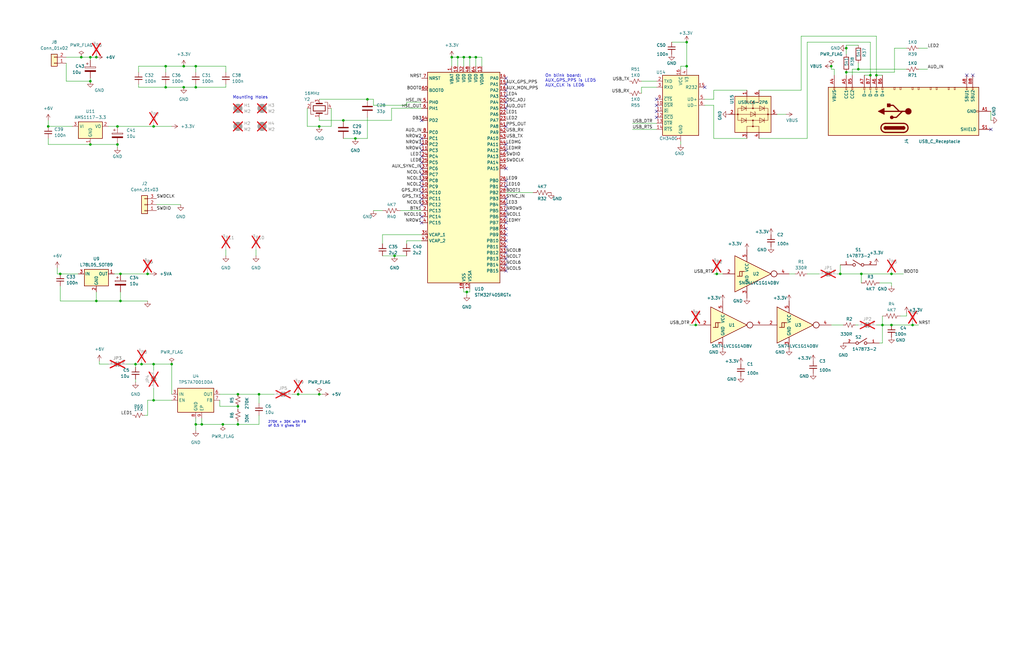
<source format=kicad_sch>
(kicad_sch (version 20230121) (generator eeschema)
  (paper "B")
  (title_block (title "Clock") (date "2024-01-06") (rev "V9.4") (company "Cullen Jennings"))
  (junction (at 77.47 27.94))
  (junction (at 59.69 153.67))
  (junction (at 49.53 60.96))
  (junction (at 38.1 34.29))
  (junction (at 62.23 115.57))
  (junction (at 193.04 24.13))
  (junction (at 154.94 41.91))
  (junction (at 100.33 179.07))
  (junction (at 361.95 29.21))
  (junction (at 85.09 179.07))
  (junction (at 125.73 166.37))
  (junction (at 363.22 115.57))
  (junction (at 144.78 50.8))
  (junction (at 375.92 137.16))
  (junction (at 149.86 58.42))
  (junction (at 356.87 30.48))
  (junction (at 64.77 153.67))
  (junction (at 109.22 166.37))
  (junction (at 69.85 36.83))
  (junction (at 354.33 115.57))
  (junction (at 100.33 166.37))
  (junction (at 134.62 53.34))
  (junction (at 77.47 36.83))
  (junction (at 40.64 24.13))
  (junction (at 69.85 27.94))
  (junction (at 367.03 31.75))
  (junction (at 64.77 53.34))
  (junction (at 50.8 127))
  (junction (at 100.33 171.45))
  (junction (at 369.57 31.75))
  (junction (at 82.55 179.07))
  (junction (at 200.66 24.13))
  (junction (at 40.64 127))
  (junction (at 82.55 27.94))
  (junction (at 350.52 27.94))
  (junction (at 375.92 115.57))
  (junction (at 82.55 36.83))
  (junction (at 57.15 153.67))
  (junction (at 20.32 53.34))
  (junction (at 25.4 115.57))
  (junction (at 302.26 115.57))
  (junction (at 49.53 53.34))
  (junction (at 289.56 17.78))
  (junction (at 289.56 27.94))
  (junction (at 195.58 24.13))
  (junction (at 372.11 137.16))
  (junction (at 384.81 137.16))
  (junction (at 38.1 24.13))
  (junction (at 34.29 24.13))
  (junction (at 50.8 115.57))
  (junction (at 198.12 24.13))
  (junction (at 93.98 179.07))
  (junction (at 190.5 24.13))
  (junction (at 64.77 168.91))
  (junction (at 356.87 20.32))
  (junction (at 134.62 166.37))
  (junction (at 166.37 107.95))
  (junction (at 196.85 123.19))
  (junction (at 293.37 137.16))
  (junction (at 38.1 60.96))
  (junction (at 72.39 153.67))
  (no_connect (at 213.36 38.1))
  (no_connect (at 417.83 54.61))
  (no_connect (at 213.36 114.3))
  (no_connect (at 213.36 76.2))
  (no_connect (at 213.36 45.72))
  (no_connect (at 213.36 109.22))
  (no_connect (at 213.36 86.36))
  (no_connect (at 177.8 71.12))
  (no_connect (at 213.36 78.74))
  (no_connect (at 177.8 50.8))
  (no_connect (at 213.36 91.44))
  (no_connect (at 410.21 31.75))
  (no_connect (at 276.86 44.45))
  (no_connect (at 213.36 63.5))
  (no_connect (at 177.8 66.04))
  (no_connect (at 213.36 104.14))
  (no_connect (at 213.36 88.9))
  (no_connect (at 213.36 106.68))
  (no_connect (at 213.36 83.82))
  (no_connect (at 177.8 76.2))
  (no_connect (at 213.36 96.52))
  (no_connect (at 177.8 58.42))
  (no_connect (at 177.8 68.58))
  (no_connect (at 213.36 111.76))
  (no_connect (at 297.18 36.83))
  (no_connect (at 177.8 93.98))
  (no_connect (at 213.36 33.02))
  (no_connect (at 177.8 86.36))
  (no_connect (at 177.8 83.82))
  (no_connect (at 213.36 101.6))
  (no_connect (at 276.86 41.91))
  (no_connect (at 177.8 63.5))
  (no_connect (at 407.67 31.75))
  (no_connect (at 213.36 93.98))
  (no_connect (at 177.8 81.28))
  (no_connect (at 213.36 40.64))
  (no_connect (at 213.36 99.06))
  (no_connect (at 276.86 46.99))
  (no_connect (at 213.36 43.18))
  (no_connect (at 276.86 49.53))
  (no_connect (at 213.36 60.96))
  (no_connect (at 213.36 71.12))
  (no_connect (at 177.8 78.74))
  (no_connect (at 213.36 53.34))
  (no_connect (at 177.8 73.66))
  (no_connect (at 177.8 60.96))
  (no_connect (at 213.36 35.56))
  (no_connect (at 177.8 91.44))
  (wire (pts (xy 92.71 171.45) (xy 100.33 171.45)))
  (wire (pts (xy 38.1 33.02) (xy 38.1 34.29)))
  (wire (pts (xy 58.42 27.94) (xy 69.85 27.94)))
  (wire (pts (xy 203.2 24.13) (xy 203.2 27.94)))
  (wire (pts (xy 95.25 27.94) (xy 82.55 27.94)))
  (wire (pts (xy 62.23 175.26) (xy 62.23 168.91)))
  (wire (pts (xy 165.1 45.72) (xy 177.8 45.72)))
  (wire (pts (xy 45.72 53.34) (xy 49.53 53.34)))
  (wire (pts (xy 49.53 60.96) (xy 49.53 62.23)))
  (wire (pts (xy 129.54 53.34) (xy 134.62 53.34)))
  (wire (pts (xy 372.11 137.16) (xy 375.92 137.16)))
  (wire (pts (xy 69.85 27.94) (xy 77.47 27.94)))
  (wire (pts (xy 27.94 34.29) (xy 38.1 34.29)))
  (wire (pts (xy 382.27 133.35) (xy 382.27 132.08)))
  (wire (pts (xy 135.89 166.37) (xy 134.62 166.37)))
  (wire (pts (xy 49.53 53.34) (xy 64.77 53.34)))
  (wire (pts (xy 95.25 30.48) (xy 95.25 27.94)))
  (wire (pts (xy 64.77 53.34) (xy 72.39 53.34)))
  (wire (pts (xy 276.86 54.61) (xy 266.7 54.61)))
  (wire (pts (xy 417.83 50.8) (xy 417.83 46.99)))
  (wire (pts (xy 300.99 41.91) (xy 297.18 41.91)))
  (wire (pts (xy 369.57 137.16) (xy 372.11 137.16)))
  (wire (pts (xy 387.35 29.21) (xy 391.16 29.21)))
  (wire (pts (xy 53.34 153.67) (xy 57.15 153.67)))
  (wire (pts (xy 62.23 115.57) (xy 63.5 115.57)))
  (wire (pts (xy 134.62 41.91) (xy 154.94 41.91)))
  (wire (pts (xy 360.68 137.16) (xy 361.95 137.16)))
  (wire (pts (xy 171.45 44.45) (xy 171.45 43.18)))
  (wire (pts (xy 165.1 45.72) (xy 165.1 50.8)))
  (wire (pts (xy 62.23 175.26) (xy 60.96 175.26)))
  (wire (pts (xy 370.84 119.38) (xy 375.92 119.38)))
  (wire (pts (xy 27.94 26.67) (xy 27.94 34.29)))
  (wire (pts (xy 58.42 36.83) (xy 69.85 36.83)))
  (wire (pts (xy 177.8 101.6) (xy 171.45 101.6)))
  (wire (pts (xy 165.1 50.8) (xy 144.78 50.8)))
  (wire (pts (xy 289.56 27.94) (xy 287.02 27.94)))
  (wire (pts (xy 25.4 115.57) (xy 24.13 115.57)))
  (wire (pts (xy 161.29 99.06) (xy 177.8 99.06)))
  (wire (pts (xy 109.22 166.37) (xy 115.57 166.37)))
  (wire (pts (xy 354.33 115.57) (xy 363.22 115.57)))
  (wire (pts (xy 196.85 124.46) (xy 196.85 123.19)))
  (wire (pts (xy 154.94 49.53) (xy 154.94 58.42)))
  (wire (pts (xy 198.12 24.13) (xy 200.66 24.13)))
  (wire (pts (xy 372.11 133.35) (xy 372.11 137.16)))
  (wire (pts (xy 129.54 45.72) (xy 129.54 53.34)))
  (wire (pts (xy 270.51 34.29) (xy 276.86 34.29)))
  (wire (pts (xy 270.51 36.83) (xy 270.51 39.37)))
  (wire (pts (xy 198.12 121.92) (xy 198.12 123.19)))
  (wire (pts (xy 350.52 27.94) (xy 350.52 29.21)))
  (wire (pts (xy 356.87 22.86) (xy 356.87 20.32)))
  (wire (pts (xy 300.99 38.1) (xy 300.99 41.91)))
  (wire (pts (xy 276.86 52.07) (xy 266.7 52.07)))
  (wire (pts (xy 302.26 115.57) (xy 304.8 115.57)))
  (wire (pts (xy 372.11 144.78) (xy 372.11 137.16)))
  (wire (pts (xy 375.92 119.38) (xy 375.92 120.65)))
  (wire (pts (xy 72.39 153.67) (xy 72.39 166.37)))
  (wire (pts (xy 353.06 115.57) (xy 354.33 115.57)))
  (wire (pts (xy 356.87 19.05) (xy 356.87 20.32)))
  (wire (pts (xy 290.83 137.16) (xy 293.37 137.16)))
  (wire (pts (xy 41.91 153.67) (xy 45.72 153.67)))
  (wire (pts (xy 340.36 58.42) (xy 340.36 17.78)))
  (wire (pts (xy 171.45 101.6) (xy 171.45 102.87)))
  (wire (pts (xy 337.82 38.1) (xy 337.82 15.24)))
  (wire (pts (xy 154.94 41.91) (xy 157.48 41.91)))
  (wire (pts (xy 168.91 88.9) (xy 177.8 88.9)))
  (wire (pts (xy 134.62 50.8) (xy 144.78 50.8)))
  (wire (pts (xy 300.99 115.57) (xy 302.26 115.57)))
  (wire (pts (xy 64.77 153.67) (xy 72.39 153.67)))
  (wire (pts (xy 64.77 153.67) (xy 64.77 156.21)))
  (wire (pts (xy 48.26 115.57) (xy 50.8 115.57)))
  (wire (pts (xy 377.19 30.48) (xy 356.87 30.48)))
  (wire (pts (xy 59.69 153.67) (xy 64.77 153.67)))
  (wire (pts (xy 20.32 53.34) (xy 30.48 53.34)))
  (wire (pts (xy 82.55 176.53) (xy 82.55 179.07)))
  (wire (pts (xy 213.36 81.28) (xy 224.79 81.28)))
  (wire (pts (xy 190.5 24.13) (xy 193.04 24.13)))
  (wire (pts (xy 337.82 15.24) (xy 369.57 15.24)))
  (wire (pts (xy 340.36 115.57) (xy 345.44 115.57)))
  (wire (pts (xy 69.85 35.56) (xy 69.85 36.83)))
  (wire (pts (xy 354.33 111.76) (xy 354.33 115.57)))
  (wire (pts (xy 198.12 123.19) (xy 196.85 123.19)))
  (wire (pts (xy 351.79 29.21) (xy 351.79 31.75)))
  (wire (pts (xy 196.85 123.19) (xy 195.58 123.19)))
  (wire (pts (xy 25.4 127) (xy 40.64 127)))
  (wire (pts (xy 34.29 24.13) (xy 38.1 24.13)))
  (wire (pts (xy 69.85 36.83) (xy 77.47 36.83)))
  (wire (pts (xy 134.62 53.34) (xy 139.7 53.34)))
  (wire (pts (xy 289.56 17.78) (xy 289.56 27.94)))
  (wire (pts (xy 38.1 24.13) (xy 38.1 25.4)))
  (wire (pts (xy 359.41 29.21) (xy 359.41 31.75)))
  (wire (pts (xy 320.04 38.1) (xy 337.82 38.1)))
  (wire (pts (xy 85.09 179.07) (xy 82.55 179.07)))
  (wire (pts (xy 369.57 15.24) (xy 369.57 31.75)))
  (wire (pts (xy 327.66 48.26) (xy 331.47 48.26)))
  (wire (pts (xy 100.33 172.72) (xy 100.33 171.45)))
  (wire (pts (xy 82.55 27.94) (xy 82.55 30.48)))
  (wire (pts (xy 95.25 35.56) (xy 95.25 36.83)))
  (wire (pts (xy 62.23 168.91) (xy 64.77 168.91)))
  (wire (pts (xy 100.33 166.37) (xy 109.22 166.37)))
  (wire (pts (xy 40.64 123.19) (xy 40.64 127)))
  (wire (pts (xy 25.4 115.57) (xy 33.02 115.57)))
  (wire (pts (xy 320.04 58.42) (xy 340.36 58.42)))
  (wire (pts (xy 356.87 30.48) (xy 356.87 31.75)))
  (wire (pts (xy 340.36 17.78) (xy 367.03 17.78)))
  (wire (pts (xy 367.03 17.78) (xy 367.03 31.75)))
  (wire (pts (xy 100.33 179.07) (xy 93.98 179.07)))
  (wire (pts (xy 57.15 160.02) (xy 57.15 161.29)))
  (wire (pts (xy 20.32 50.8) (xy 20.32 53.34)))
  (wire (pts (xy 64.77 163.83) (xy 64.77 168.91)))
  (wire (pts (xy 195.58 123.19) (xy 195.58 121.92)))
  (wire (pts (xy 200.66 24.13) (xy 203.2 24.13)))
  (wire (pts (xy 69.85 27.94) (xy 69.85 30.48)))
  (wire (pts (xy 361.95 19.05) (xy 356.87 19.05)))
  (wire (pts (xy 109.22 179.07) (xy 100.33 179.07)))
  (wire (pts (xy 25.4 120.65) (xy 25.4 127)))
  (wire (pts (xy 50.8 123.19) (xy 50.8 127)))
  (wire (pts (xy 50.8 127) (xy 40.64 127)))
  (wire (pts (xy 297.18 44.45) (xy 300.99 44.45)))
  (wire (pts (xy 350.52 29.21) (xy 351.79 29.21)))
  (wire (pts (xy 20.32 58.42) (xy 20.32 60.96)))
  (wire (pts (xy 387.35 20.32) (xy 391.16 20.32)))
  (wire (pts (xy 193.04 24.13) (xy 193.04 27.94)))
  (wire (pts (xy 171.45 43.18) (xy 177.8 43.18)))
  (wire (pts (xy 370.84 144.78) (xy 372.11 144.78)))
  (wire (pts (xy 289.56 17.78) (xy 283.21 17.78)))
  (wire (pts (xy 82.55 179.07) (xy 82.55 181.61)))
  (wire (pts (xy 377.19 20.32) (xy 377.19 30.48)))
  (wire (pts (xy 361.95 29.21) (xy 359.41 29.21)))
  (wire (pts (xy 107.95 105.41) (xy 107.95 107.95)))
  (wire (pts (xy 100.33 177.8) (xy 100.33 179.07)))
  (wire (pts (xy 314.96 38.1) (xy 300.99 38.1)))
  (wire (pts (xy 38.1 60.96) (xy 49.53 60.96)))
  (wire (pts (xy 287.02 27.94) (xy 287.02 29.21)))
  (wire (pts (xy 161.29 107.95) (xy 166.37 107.95)))
  (wire (pts (xy 161.29 88.9) (xy 157.48 88.9)))
  (wire (pts (xy 367.03 31.75) (xy 364.49 31.75)))
  (wire (pts (xy 144.78 58.42) (xy 149.86 58.42)))
  (wire (pts (xy 66.04 86.36) (xy 76.2 86.36)))
  (wire (pts (xy 134.62 49.53) (xy 134.62 50.8)))
  (wire (pts (xy 276.86 36.83) (xy 270.51 36.83)))
  (wire (pts (xy 300.99 44.45) (xy 300.99 58.42)))
  (wire (pts (xy 109.22 175.26) (xy 109.22 179.07)))
  (wire (pts (xy 332.74 115.57) (xy 335.28 115.57)))
  (wire (pts (xy 198.12 24.13) (xy 198.12 27.94)))
  (wire (pts (xy 92.71 168.91) (xy 92.71 171.45)))
  (wire (pts (xy 157.48 41.91) (xy 157.48 44.45)))
  (wire (pts (xy 24.13 113.03) (xy 24.13 115.57)))
  (wire (pts (xy 287.02 59.69) (xy 287.02 60.96)))
  (wire (pts (xy 166.37 107.95) (xy 171.45 107.95)))
  (wire (pts (xy 77.47 36.83) (xy 82.55 36.83)))
  (wire (pts (xy 375.92 137.16) (xy 384.81 137.16)))
  (wire (pts (xy 27.94 24.13) (xy 34.29 24.13)))
  (wire (pts (xy 85.09 176.53) (xy 85.09 179.07)))
  (wire (pts (xy 375.92 115.57) (xy 381 115.57)))
  (wire (pts (xy 109.22 166.37) (xy 109.22 170.18)))
  (wire (pts (xy 363.22 115.57) (xy 375.92 115.57)))
  (wire (pts (xy 125.73 166.37) (xy 134.62 166.37)))
  (wire (pts (xy 361.95 26.67) (xy 361.95 29.21)))
  (wire (pts (xy 82.55 27.94) (xy 77.47 27.94)))
  (wire (pts (xy 382.27 20.32) (xy 377.19 20.32)))
  (wire (pts (xy 372.11 31.75) (xy 369.57 31.75)))
  (wire (pts (xy 40.64 24.13) (xy 38.1 24.13)))
  (wire (pts (xy 57.15 153.67) (xy 59.69 153.67)))
  (wire (pts (xy 190.5 24.13) (xy 190.5 27.94)))
  (wire (pts (xy 193.04 24.13) (xy 195.58 24.13)))
  (wire (pts (xy 363.22 115.57) (xy 363.22 119.38)))
  (wire (pts (xy 350.52 137.16) (xy 355.6 137.16)))
  (wire (pts (xy 50.8 115.57) (xy 62.23 115.57)))
  (wire (pts (xy 123.19 166.37) (xy 125.73 166.37)))
  (wire (pts (xy 293.37 137.16) (xy 294.64 137.16)))
  (wire (pts (xy 57.15 153.67) (xy 57.15 154.94)))
  (wire (pts (xy 139.7 45.72) (xy 139.7 53.34)))
  (wire (pts (xy 361.95 29.21) (xy 382.27 29.21)))
  (wire (pts (xy 58.42 30.48) (xy 58.42 27.94)))
  (wire (pts (xy 289.56 27.94) (xy 289.56 29.21)))
  (wire (pts (xy 41.91 152.4) (xy 41.91 153.67)))
  (wire (pts (xy 64.77 168.91) (xy 72.39 168.91)))
  (wire (pts (xy 300.99 58.42) (xy 314.96 58.42)))
  (wire (pts (xy 157.48 44.45) (xy 171.45 44.45)))
  (wire (pts (xy 58.42 35.56) (xy 58.42 36.83)))
  (wire (pts (xy 95.25 105.41) (xy 95.25 107.95)))
  (wire (pts (xy 195.58 24.13) (xy 195.58 27.94)))
  (wire (pts (xy 379.73 133.35) (xy 382.27 133.35)))
  (wire (pts (xy 161.29 102.87) (xy 161.29 99.06)))
  (wire (pts (xy 93.98 179.07) (xy 85.09 179.07)))
  (wire (pts (xy 62.23 127) (xy 50.8 127)))
  (wire (pts (xy 20.32 60.96) (xy 38.1 60.96)))
  (wire (pts (xy 195.58 24.13) (xy 198.12 24.13)))
  (wire (pts (xy 92.71 166.37) (xy 100.33 166.37)))
  (wire (pts (xy 82.55 35.56) (xy 82.55 36.83)))
  (wire (pts (xy 200.66 27.94) (xy 200.66 24.13)))
  (wire (pts (xy 82.55 36.83) (xy 95.25 36.83)))
  (wire (pts (xy 154.94 58.42) (xy 149.86 58.42)))
  (wire (pts (xy 384.81 137.16) (xy 387.35 137.16)))
  (text "On blink board:\nAUX_GPS_PPS is LED5 \nAUX_CLK is LED6 \n" (at 229.87 36.83 0) (effects (font (size 1.27 1.27)) (justify left bottom)))
  (text "Mounting Holes" (at 113.03 41.91 0) (effects (font (size 1.27 1.27)) (justify right bottom)))
  (text "270K + 30K with FB \nof 0.5 V gives 5V" (at 113.03 180.34 0) (effects (font (size 1 1)) (justify left bottom)))
  (label "SYNC_IN" (at 213.36 83.82 0))
  (label "NCOL7" (at 213.36 109.22 0))
  (label "LED9" (at 213.36 76.2 0))
  (label "DB3" (at 177.8 50.8 180))
  (label "SWDIO" (at 66.04 88.9 0))
  (label "BOOT1" (at 213.36 81.28 0))
  (label "AUX_SYNC_IN" (at 177.8 71.12 180))
  (label "LED1" (at 55.88 175.26 180))
  (label "NROW1" (at 177.8 93.98 180))
  (label "USB_RTS" (at 300.99 115.57 180))
  (label "LEDMY" (at 213.36 93.98 0))
  (label "GPS_RX1" (at 177.8 81.28 180))
  (label "NCOL10" (at 177.8 91.44 180))
  (label "USB_TX" (at 265.43 34.29 180))
  (label "BOOT0" (at 381 115.57 0))
  (label "AUD_IN" (at 391.16 29.21 0))
  (label "NROW2" (at 177.8 58.42 180))
  (label "HSE_IN" (at 177.8 43.18 180))
  (label "BOOT0" (at 177.8 38.1 180))
  (label "LEDMR" (at 213.36 63.5 0))
  (label "AUX_GPS_PPS" (at 213.36 35.56 0))
  (label "USB_TX" (at 213.36 58.42 0))
  (label "NCOL6" (at 213.36 111.76 0))
  (label "LED2" (at 391.16 20.32 0))
  (label "NCOL1" (at 213.36 91.44 0))
  (label "NCOL5" (at 213.36 114.3 0))
  (label "USB_DTR" (at 266.7 52.07 0))
  (label "NRST" (at 177.8 33.02 180))
  (label "AUX_MON_PPS" (at 213.36 38.1 0))
  (label "USB_RTS" (at 266.7 54.61 0))
  (label "LEDMG" (at 213.36 60.96 0))
  (label "NCOL9" (at 177.8 86.36 180))
  (label "SWDCLK" (at 213.36 68.58 0))
  (label "NCOL4" (at 177.8 73.66 180))
  (label "NROW4" (at 177.8 63.5 180))
  (label "SWDCLK" (at 66.04 83.82 0))
  (label "SWDIO" (at 213.36 66.04 0))
  (label "NCOL2" (at 177.8 78.74 180))
  (label "USB_DTR" (at 290.83 137.16 180))
  (label "GPS_TX1" (at 177.8 83.82 180))
  (label "PPS_OUT" (at 213.36 53.34 0))
  (label "LED1" (at 213.36 48.26 0))
  (label "LED4" (at 213.36 40.64 0))
  (label "LED8" (at 177.8 68.58 180))
  (label "BTN1" (at 177.8 88.9 180))
  (label "NCOL8" (at 213.36 106.68 0))
  (label "LED3" (at 213.36 86.36 0))
  (label "AUD_IN" (at 177.8 55.88 180))
  (label "USB_RX" (at 213.36 55.88 0))
  (label "HSE_OUT" (at 177.8 45.72 180))
  (label "LED10" (at 213.36 78.74 0))
  (label "NCOL3" (at 177.8 76.2 180))
  (label "NROW3" (at 177.8 60.96 180))
  (label "OSC_ADJ" (at 213.36 43.18 0))
  (label "LED2" (at 213.36 50.8 0))
  (label "NROW5" (at 213.36 88.9 0))
  (label "AUD_OUT" (at 213.36 45.72 0))
  (label "USB_RX" (at 265.43 39.37 180))
  (label "LED7" (at 177.8 66.04 180))
  (label "NRST" (at 387.35 137.16 0))
  (symbol (lib_id "Regulator_Linear:TPS7A7001DDA") (at 82.55 168.91 0) (unit 1)
    (property "Reference" "U4" (at 82.55 158.75 0))
    (property "Value" "TPS7A7001DDA" (at 82.55 161.29 0))
    (property "Footprint" "Package_SO:TI_SO-PowerPAD-8" (effects hide))
    (property "Datasheet" "http://www.ti.com/lit/ds/symlink/tps7a7001.pdf" (effects hide))
    (property "JLCPCB Part #" "C60719" (effects hide))
    (property "JLCPCB Rotation Offset" "270" (effects hide))
  )
  (symbol (lib_id "power:GND") (at 157.48 88.9 0) (mirror y) (unit 1)
    (property "Reference" "#PWR090" (effects hide))
    (property "Value" "GND" (at 154.94 91.44 0))
  )
  (symbol (lib_id "power:GND") (at 332.74 147.32 0) (unit 1)
    (property "Reference" "#PWR019" (effects hide))
    (property "Value" "GND" (at 328.93 148.59 0))
  )
  (symbol (lib_id "Device:R_Small_US") (at 58.42 175.26 270) (mirror x) (unit 1)
    (property "Reference" "R69" (at 58.42 171.45 90))
    (property "Value" "1K0" (at 58.42 172.72 90))
    (property "Footprint" "Resistor_SMD:R_0603_1608Metric" (effects hide))
    (property "JLCPCB Part #" "C21190" (effects hide))
  )
  (symbol (lib_id "power:PWR_FLAG") (at 134.62 166.37 0) (unit 1)
    (property "Reference" "#FLG05" (effects hide))
    (property "Value" "PWR_FLAG" (at 134.62 161.29 0))
  )
  (symbol (lib_id "Connector:TestPoint") (at 95.25 105.41 0) (unit 1) (in_bom no) (dnp yes)
    (property "Reference" "TP11" (at 93.98 100.33 0) (effects (justify left)))
    (property "Value" "~" (at 93.98 99.06 0) (effects (justify left)))
    (property "Footprint" "TestPoint:TestPoint_THTPad_D1.5mm_Drill0.7mm" (effects hide))
  )
  (symbol (lib_id "power:GND") (at 312.42 158.75 0) (unit 1)
    (property "Reference" "#PWR010" (effects hide))
    (property "Value" "GND" (at 308.61 160.02 0))
  )
  (symbol (lib_id "power:GND") (at 196.85 124.46 0) (unit 1)
    (property "Reference" "#PWR01" (effects hide))
    (property "Value" "GND" (at 196.85 129.54 0))
  )
  (symbol (lib_id "74xGxx:SN74LVC1G14DBV") (at 304.8 137.16 0) (unit 1)
    (property "Reference" "U1" (at 308.61 137.16 0))
    (property "Value" "SN74LVC1G14DBV" (at 308.61 146.05 0))
    (property "Footprint" "Package_TO_SOT_SMD:SOT-23-5" (effects hide))
    (property "Datasheet" "http://www.ti.com/lit/ds/symlink/sn74lvc1g14.pdf" (effects hide))
    (property "JLCPCB Rotation Offset" "180" (effects hide))
    (property "JLCPCB Part #" "C133145" (effects hide))
  )
  (symbol (lib_id "power:GND") (at 134.62 53.34 0) (unit 1)
    (property "Reference" "#PWR04" (effects hide))
    (property "Value" "GND" (at 134.62 58.42 0))
  )
  (symbol (lib_id "Connector:TestPoint") (at 59.69 153.67 0) (unit 1) (in_bom no) (dnp yes)
    (property "Reference" "TP8" (at 58.42 148.59 0) (effects (justify left)))
    (property "Value" "~" (at 58.42 147.32 0) (effects (justify left)))
    (property "Footprint" "TestPoint:TestPoint_THTPad_D1.5mm_Drill0.7mm" (effects hide))
  )
  (symbol (lib_id "power:GND") (at 342.9 157.48 0) (unit 1)
    (property "Reference" "#PWR022" (effects hide))
    (property "Value" "GND" (at 339.09 158.75 0))
  )
  (symbol (lib_id "Device:C_Small") (at 161.29 105.41 180) (unit 1)
    (property "Reference" "C35" (at 163.83 104.1336 0) (effects (justify right)))
    (property "Value" "2u2" (at 163.83 106.6736 0) (effects (justify right)))
    (property "Footprint" "Capacitor_SMD:C_0603_1608Metric" (effects hide))
    (property "JLCPCB Part #" "C23630" (effects hide))
  )
  (symbol (lib_id "power:GND") (at 356.87 20.32 270) (unit 1)
    (property "Reference" "#PWR074" (effects hide))
    (property "Value" "GND" (at 354.33 20.32 90) (effects (justify right)))
  )
  (symbol (lib_id "power:+3.3V") (at 325.12 99.06 0) (unit 1)
    (property "Reference" "#PWR016" (effects hide))
    (property "Value" "+3.3V" (at 321.31 97.79 0))
  )
  (symbol (lib_id "power:GND") (at 304.8 147.32 0) (unit 1)
    (property "Reference" "#PWR08" (effects hide))
    (property "Value" "GND" (at 300.99 148.59 0))
  )
  (symbol (lib_id "Jumper:SolderJumper_2_Bridged") (at 119.38 166.37 0) (unit 1) (in_bom no) (dnp yes)
    (property "Reference" "JP5" (at 119.38 163.83 0))
    (property "Value" "SolderJumper_2_Bridged" (effects hide))
    (property "Footprint" "Jumper:SolderJumper-2_P1.3mm_Bridged2Bar_RoundedPad1.0x1.5mm" (effects hide))
  )
  (symbol (lib_id "Device:C_Small") (at 171.45 105.41 180) (unit 1)
    (property "Reference" "C40" (at 173.99 104.1336 0) (effects (justify right)))
    (property "Value" "2u2" (at 173.99 106.6736 0) (effects (justify right)))
    (property "Footprint" "Capacitor_SMD:C_0603_1608Metric" (effects hide))
    (property "JLCPCB Part #" "C23630" (effects hide))
  )
  (symbol (lib_id "power:+3.3V") (at 312.42 153.67 0) (unit 1)
    (property "Reference" "#PWR09" (effects hide))
    (property "Value" "+3.3V" (at 308.61 152.4 0))
  )
  (symbol (lib_id "power:GND") (at 355.6 144.78 0) (mirror y) (unit 1)
    (property "Reference" "#PWR023" (effects hide))
    (property "Value" "GND" (at 355.6 149.86 0))
  )
  (symbol (lib_id "Device:R") (at 361.95 22.86 0) (unit 1)
    (property "Reference" "R37" (at 364.49 24.13 90) (effects (justify left)))
    (property "Value" "5k1" (at 361.95 24.13 90) (effects (justify left)))
    (property "Footprint" "Resistor_SMD:R_0603_1608Metric" (effects hide))
    (property "JLCPCB Part #" "C23186" (effects hide))
  )
  (symbol (lib_id "Connector:TestPoint") (at 293.37 137.16 0) (unit 1) (in_bom no) (dnp yes)
    (property "Reference" "TP1" (at 292.1 132.08 0) (effects (justify left)))
    (property "Value" "~" (at 292.1 130.81 0) (effects (justify left)))
    (property "Footprint" "TestPoint:TestPoint_THTPad_D1.5mm_Drill0.7mm" (effects hide))
  )
  (symbol (lib_id "Device:C_Small") (at 342.9 154.94 0) (unit 1)
    (property "Reference" "C3" (at 345.44 152.4 0) (effects (justify left)))
    (property "Value" "100n" (at 345.44 156.21 0) (effects (justify left)))
    (property "Footprint" "Capacitor_SMD:C_0402_1005Metric" (effects hide))
    (property "JLCPCB Part #" "C307331" (effects hide))
  )
  (symbol (lib_id "74xGxx:SN74LVC1G14DBV") (at 332.74 137.16 0) (unit 1)
    (property "Reference" "U3" (at 336.55 137.16 0))
    (property "Value" "SN74LVC1G14DBV" (at 336.55 146.05 0))
    (property "Footprint" "Package_TO_SOT_SMD:SOT-23-5" (effects hide))
    (property "Datasheet" "http://www.ti.com/lit/ds/symlink/sn74lvc1g14.pdf" (effects hide))
    (property "JLCPCB Rotation Offset" "180" (effects hide))
    (property "JLCPCB Part #" "C133145" (effects hide))
  )
  (symbol (lib_id "power:GND") (at 166.37 107.95 0) (unit 1)
    (property "Reference" "#PWR065" (effects hide))
    (property "Value" "GND" (at 166.37 113.03 0))
  )
  (symbol (lib_id "Connector:TestPoint") (at 384.81 137.16 0) (unit 1) (in_bom no) (dnp yes)
    (property "Reference" "TP4" (at 383.54 132.08 0) (effects (justify left)))
    (property "Value" "~" (at 383.54 130.81 0) (effects (justify left)))
    (property "Footprint" "TestPoint:TestPoint_THTPad_D1.5mm_Drill0.7mm" (effects hide))
  )
  (symbol (lib_id "Connector_Generic:Conn_01x03") (at 60.96 86.36 180) (unit 1)
    (property "Reference" "J2" (at 60.96 77.47 0))
    (property "Value" "Conn_01x03" (at 60.96 80.01 0))
    (property "Footprint" "Connector_JST:JST_PH_S3B-PH-SM4-TB_1x03-1MP_P2.00mm_Horizontal" (effects hide))
    (property "JLCPCB Part #" "C265101" (effects hide))
    (property "JLCPCB Rotation Offset" "180" (effects hide))
  )
  (symbol (lib_id "power:GND") (at 107.95 107.95 0) (unit 1)
    (property "Reference" "#PWR035" (effects hide))
    (property "Value" "GND" (at 107.95 113.03 0))
  )
  (symbol (lib_id "Device:R_US") (at 228.6 81.28 270) (unit 1)
    (property "Reference" "R32" (at 228.6 83.82 90))
    (property "Value" "4K7" (at 228.6 78.74 90))
    (property "Footprint" "Resistor_SMD:R_0603_1608Metric" (effects hide))
    (property "JLCPCB Part #" "C23162" (effects hide))
  )
  (symbol (lib_id "power:+3.3V") (at 304.8 127 0) (unit 1)
    (property "Reference" "#PWR03" (effects hide))
    (property "Value" "+3.3V" (at 300.99 125.73 0))
  )
  (symbol (lib_id "power:PWR_FLAG") (at 93.98 179.07 180) (unit 1)
    (property "Reference" "#FLG03" (effects hide))
    (property "Value" "PWR_FLAG" (at 93.98 184.15 0))
  )
  (symbol (lib_id "Device:R_Small_US") (at 100.33 175.26 0) (unit 1)
    (property "Reference" "R6" (at 97.79 175.26 90))
    (property "Value" "30K" (at 104.14 176.53 90))
    (property "Footprint" "Resistor_SMD:R_0603_1608Metric" (effects hide))
    (property "JLCPCB Part #" "C22984" (effects hide))
  )
  (symbol (lib_id "Mechanical:MountingHole") (at 110.49 45.72 0) (unit 1) (in_bom no) (dnp yes)
    (property "Reference" "H3" (at 113.03 44.45 0) (effects (justify left)))
    (property "Value" "M2" (at 113.03 46.99 0) (effects (justify left)))
    (property "Footprint" "MountingHole:MountingHole_2.2mm_M2" (effects hide))
  )
  (symbol (lib_id "power:+3.3V") (at 332.74 127 0) (unit 1)
    (property "Reference" "#PWR018" (effects hide))
    (property "Value" "+3.3V" (at 328.93 125.73 0))
  )
  (symbol (lib_id "power:+3.3V") (at 314.96 105.41 0) (unit 1)
    (property "Reference" "#PWR014" (effects hide))
    (property "Value" "+3.3V" (at 309.88 102.87 0))
  )
  (symbol (lib_id "Device:Crystal_GND24") (at 134.62 45.72 90) (unit 1)
    (property "Reference" "Y2" (at 129.54 41.91 90))
    (property "Value" "16MHz " (at 132.08 39.37 90))
    (property "Footprint" "Crystal:Crystal_SMD_3225-4Pin_3.2x2.5mm" (effects hide))
    (property "JLCPCB Part #" "C13738" (effects hide))
  )
  (symbol (lib_id "MCU_ST_STM32F4:STM32F405RGTx") (at 195.58 76.2 0) (unit 1)
    (property "Reference" "U10" (at 200.0759 121.92 0) (effects (justify left)))
    (property "Value" "STM32F405RGTx" (at 200.0759 124.46 0) (effects (justify left)))
    (property "Footprint" "Package_QFP:LQFP-64_10x10mm_P0.5mm" (effects hide))
    (property "Datasheet" "https://www.st.com/resource/en/datasheet/stm32f405rg.pdf" (effects hide))
    (property "JLCPCB Rotation Offset" "270" (effects hide))
    (property "JLCPCB Part #" "C15742" (effects hide))
  )
  (symbol (lib_id "Device:C") (at 154.94 45.72 0) (unit 1)
    (property "Reference" "C28" (at 158.75 44.45 0) (effects (justify left)))
    (property "Value" "33p" (at 158.75 46.99 0) (effects (justify left)))
    (property "Footprint" "Capacitor_SMD:C_0603_1608Metric" (effects hide))
    (property "JLCPCB Part #" "C1663" (effects hide))
  )
  (symbol (lib_id "BlinkyShared:USB_C_Receptacle") (at 377.19 46.99 90) (unit 1)
    (property "Reference" "J4" (at 382.27 58.42 0) (effects (justify right)))
    (property "Value" "USB_C_Receptacle" (at 387.35 59.69 90) (effects (justify right)))
    (property "Footprint" "Connector_USB:USB_C_Receptacle_HRO_TYPE-C-31-M-12" (effects hide))
    (property "Datasheet" "https://www.usb.org/sites/default/files/documents/usb_type-c.zip" (effects hide))
    (property "JLCPCB Part #" "C165948" (effects hide))
    (property "JLCPCB Position Offset" "0,1.1" (effects hide))
  )
  (symbol (lib_id "Device:C_Small") (at 69.85 33.02 0) (unit 1)
    (property "Reference" "C36" (at 72.39 31.7563 0) (effects (justify left)))
    (property "Value" "100n" (at 72.39 34.2963 0) (effects (justify left)))
    (property "Footprint" "Capacitor_SMD:C_0402_1005Metric" (effects hide))
    (property "JLCPCB Part #" "C307331" (effects hide))
  )
  (symbol (lib_id "Device:C_Small") (at 25.4 118.11 180) (unit 1)
    (property "Reference" "C33" (at 27.94 116.8336 0) (effects (justify right)))
    (property "Value" "100n" (at 27.94 119.3736 0) (effects (justify right)))
    (property "Footprint" "Capacitor_SMD:C_0402_1005Metric" (effects hide))
    (property "JLCPCB Part #" "C307331" (effects hide))
  )
  (symbol (lib_id "Device:C_Small") (at 375.92 139.7 0) (mirror y) (unit 1)
    (property "Reference" "C4" (at 382.27 138.43 0) (effects (justify left)))
    (property "Value" "100n" (at 382.27 140.97 0) (effects (justify left)))
    (property "Footprint" "Capacitor_SMD:C_0603_1608Metric" (effects hide))
    (property "JLCPCB Part #" "C14663" (effects hide))
  )
  (symbol (lib_id "power:GND") (at 283.21 22.86 0) (mirror y) (unit 1)
    (property "Reference" "#PWR011" (effects hide))
    (property "Value" "GND" (at 283.21 26.67 0))
  )
  (symbol (lib_id "Device:C_Polarized") (at 50.8 119.38 0) (unit 1)
    (property "Reference" "C34" (at 54.61 117.221 0) (effects (justify left)))
    (property "Value" "10u" (at 54.61 119.761 0) (effects (justify left)))
    (property "Footprint" "Capacitor_Tantalum_SMD:CP_EIA-3216-18_Kemet-A" (effects hide))
    (property "JLCPCB Part #" "C7171" (effects hide))
  )
  (symbol (lib_id "Regulator_Linear:L78L05_SOT89") (at 40.64 115.57 0) (unit 1)
    (property "Reference" "U9" (at 40.64 109.22 0))
    (property "Value" "L78L05_SOT89" (at 40.64 111.76 0))
    (property "Footprint" "Package_TO_SOT_SMD:SOT-89-3" (effects hide))
    (property "Datasheet" "http://www.st.com/content/ccc/resource/technical/document/datasheet/15/55/e5/aa/23/5b/43/fd/CD00000446.pdf/files/CD00000446.pdf/jcr:content/translations/en.CD00000446.pdf" (effects hide))
    (property "JLCPCB Rotation Offset" "180" (effects hide))
    (property "JLCPCB Part #" "C71136" (effects hide))
    (property "JLCPCB Position Offset" "0.5,0" (effects hide))
  )
  (symbol (lib_id "power:GND") (at 314.96 125.73 0) (unit 1)
    (property "Reference" "#PWR015" (effects hide))
    (property "Value" "GND" (at 311.15 127 0))
  )
  (symbol (lib_id "Device:R_Small_US") (at 337.82 115.57 90) (unit 1)
    (property "Reference" "R1" (at 337.82 110.49 90))
    (property "Value" "330R" (at 337.82 113.03 90))
    (property "Footprint" "Resistor_SMD:R_0603_1608Metric" (effects hide))
    (property "JLCPCB Part #" "C23138" (effects hide))
  )
  (symbol (lib_id "BlinkyShared:147873-2") (at 363.22 144.78 0) (mirror y) (unit 1)
    (property "Reference" "S2" (at 361.95 142.24 0))
    (property "Value" "147873-2" (at 364.49 147.32 0))
    (property "Footprint" "SW_147873-2" (effects hide))
    (property "Comment" "147873-2" (effects hide))
    (property "Contact_Current_Rating" "50 mA" (effects hide))
    (property "Configuration_Pole-Throw" "Single Pole - Single Throw" (effects hide))
    (property "JLCPCB Part #" "C266189" (effects hide))
  )
  (symbol (lib_id "Connector_Generic:Conn_01x02") (at 22.86 26.67 180) (unit 1)
    (property "Reference" "J8" (at 22.86 17.78 0))
    (property "Value" "Conn_01x02" (at 22.86 20.32 0))
    (property "Footprint" "Connector_JST:JST_PH_S2B-PH-SM4-TB_1x02-1MP_P2.00mm_Horizontal" (effects hide))
    (property "JLCPCB Part #" "C295747" (effects hide))
  )
  (symbol (lib_id "Device:R_Small_US") (at 267.97 34.29 270) (mirror x) (unit 1)
    (property "Reference" "R51" (at 267.97 29.21 90))
    (property "Value" "1K0" (at 267.97 31.75 90))
    (property "Footprint" "Resistor_SMD:R_0603_1608Metric" (effects hide))
    (property "JLCPCB Part #" "C21190" (effects hide))
  )
  (symbol (lib_id "power:GND") (at 95.25 107.95 0) (unit 1)
    (property "Reference" "#PWR036" (effects hide))
    (property "Value" "GND" (at 95.25 113.03 0))
  )
  (symbol (lib_id "Connector:TestPoint") (at 40.64 24.13 0) (unit 1) (in_bom no) (dnp yes)
    (property "Reference" "TP5" (at 39.37 19.05 0) (effects (justify left)))
    (property "Value" "~" (at 39.37 17.78 0) (effects (justify left)))
    (property "Footprint" "TestPoint:TestPoint_THTPad_D1.5mm_Drill0.7mm" (effects hide))
  )
  (symbol (lib_id "Device:C") (at 144.78 54.61 0) (unit 1)
    (property "Reference" "C29" (at 148.59 53.34 0) (effects (justify left)))
    (property "Value" "33p" (at 148.59 55.88 0) (effects (justify left)))
    (property "Footprint" "Capacitor_SMD:C_0603_1608Metric" (effects hide))
    (property "JLCPCB Part #" "C1663" (effects hide))
  )
  (symbol (lib_id "Device:R_Small_US") (at 384.81 20.32 90) (mirror x) (unit 1)
    (property "Reference" "R39" (at 384.81 22.86 90))
    (property "Value" "1K0" (at 384.81 17.78 90))
    (property "Footprint" "Resistor_SMD:R_0603_1608Metric" (effects hide))
    (property "JLCPCB Part #" "C21190" (effects hide))
  )
  (symbol (lib_id "power:GND") (at 232.41 81.28 0) (unit 1)
    (property "Reference" "#PWR069" (effects hide))
    (property "Value" "GND" (at 234.95 83.82 0))
  )
  (symbol (lib_id "Jumper:SolderJumper_2_Bridged") (at 349.25 115.57 0) (unit 1) (in_bom no) (dnp yes)
    (property "Reference" "JP1" (at 349.25 113.03 0))
    (property "Value" "SolderJumper_2_Bridged" (effects hide))
    (property "Footprint" "Jumper:SolderJumper-2_P1.3mm_Bridged2Bar_RoundedPad1.0x1.5mm" (effects hide))
  )
  (symbol (lib_id "Jumper:SolderJumper_2_Bridged") (at 64.77 160.02 90) (unit 1) (in_bom no) (dnp yes)
    (property "Reference" "JP4" (at 62.23 160.02 0))
    (property "Value" "SolderJumper_2_Bridged" (effects hide))
    (property "Footprint" "Jumper:SolderJumper-2_P1.3mm_Bridged2Bar_RoundedPad1.0x1.5mm" (effects hide))
  )
  (symbol (lib_id "power:GND") (at 82.55 181.61 0) (unit 1)
    (property "Reference" "#PWR012" (effects hide))
    (property "Value" "GND" (at 82.55 186.69 0))
  )
  (symbol (lib_id "power:+3.3V") (at 342.9 152.4 0) (unit 1)
    (property "Reference" "#PWR021" (effects hide))
    (property "Value" "+3.3V" (at 339.09 151.13 0))
  )
  (symbol (lib_id "power:+3.3V") (at 369.57 111.76 0) (unit 1)
    (property "Reference" "#PWR024" (effects hide))
    (property "Value" "+3.3V" (at 369.57 106.68 0))
  )
  (symbol (lib_id "Device:R_Small_US") (at 267.97 39.37 90) (mirror x) (unit 1)
    (property "Reference" "R55" (at 267.97 44.45 90))
    (property "Value" "1K0" (at 267.97 41.91 90))
    (property "Footprint" "Resistor_SMD:R_0603_1608Metric" (effects hide))
    (property "JLCPCB Part #" "C21190" (effects hide))
  )
  (symbol (lib_id "power:PWR_FLAG") (at 72.39 153.67 0) (unit 1)
    (property "Reference" "#FLG01" (effects hide))
    (property "Value" "PWR_FLAG" (at 72.39 148.59 0))
  )
  (symbol (lib_id "power:+6V") (at 41.91 152.4 0) (unit 1)
    (property "Reference" "#PWR029" (effects hide))
    (property "Value" "+6V" (at 41.91 147.32 0))
  )
  (symbol (lib_id "power:GND") (at 307.34 48.26 270) (unit 1)
    (property "Reference" "#PWR031" (effects hide))
    (property "Value" "GND" (at 303.53 50.8 0) (effects (justify right)))
  )
  (symbol (lib_id "power:GND") (at 62.23 127 0) (unit 1)
    (property "Reference" "#PWR046" (effects hide))
    (property "Value" "GND" (effects hide))
  )
  (symbol (lib_id "Connector:TestPoint") (at 302.26 115.57 0) (unit 1) (in_bom no) (dnp yes)
    (property "Reference" "TP2" (at 300.99 110.49 0) (effects (justify left)))
    (property "Value" "~" (at 300.99 109.22 0) (effects (justify left)))
    (property "Footprint" "TestPoint:TestPoint_THTPad_D1.5mm_Drill0.7mm" (effects hide))
  )
  (symbol (lib_id "power:GND") (at 76.2 86.36 0) (unit 1)
    (property "Reference" "#PWR0102" (effects hide))
    (property "Value" "GND" (at 76.2 91.44 0))
  )
  (symbol (lib_id "Device:C_Small") (at 283.21 20.32 0) (unit 1)
    (property "Reference" "C50" (at 276.86 19.05 0) (effects (justify left)))
    (property "Value" "100n" (at 276.86 22.86 0) (effects (justify left)))
    (property "Footprint" "Capacitor_SMD:C_0402_1005Metric" (effects hide))
    (property "JLCPCB Part #" "C307331" (effects hide))
  )
  (symbol (lib_id "power:PWR_FLAG") (at 34.29 24.13 0) (unit 1)
    (property "Reference" "#FLG02" (effects hide))
    (property "Value" "PWR_FLAG" (at 34.29 19.05 0))
  )
  (symbol (lib_id "Device:R_US") (at 375.92 133.35 270) (unit 1)
    (property "Reference" "R4" (at 375.92 128.27 90))
    (property "Value" "4K7" (at 375.92 130.81 90))
    (property "Footprint" "Resistor_SMD:R_0603_1608Metric" (effects hide))
    (property "JLCPCB Part #" "C23162" (effects hide))
  )
  (symbol (lib_id "power:+3.3V") (at 289.56 17.78 0) (mirror y) (unit 1)
    (property "Reference" "#PWR028" (effects hide))
    (property "Value" "+3.3V" (at 292.1 13.97 0) (effects (justify left)))
  )
  (symbol (lib_id "power:GND") (at 38.1 34.29 0) (unit 1)
    (property "Reference" "#PWR042" (effects hide))
    (property "Value" "GND" (at 41.91 38.1 0))
  )
  (symbol (lib_id "Connector:TestPoint") (at 64.77 53.34 0) (unit 1) (in_bom no) (dnp yes)
    (property "Reference" "TP7" (at 63.5 48.26 0) (effects (justify left)))
    (property "Value" "~" (at 63.5 46.99 0) (effects (justify left)))
    (property "Footprint" "TestPoint:TestPoint_THTPad_D1.5mm_Drill0.7mm" (effects hide))
  )
  (symbol (lib_id "Device:C_Polarized") (at 38.1 29.21 0) (unit 1)
    (property "Reference" "C43" (at 31.75 27.94 0) (effects (justify left)))
    (property "Value" "10u" (at 30.48 30.48 0) (effects (justify left)))
    (property "Footprint" "Capacitor_Tantalum_SMD:CP_EIA-3216-18_Kemet-A" (effects hide))
    (property "JLCPCB Part #" "C7171" (effects hide))
  )
  (symbol (lib_id "Regulator_Linear:AMS1117-3.3") (at 38.1 53.34 0) (unit 1)
    (property "Reference" "U11" (at 38.1 46.99 0))
    (property "Value" "AMS1117-3.3" (at 38.1 49.53 0))
    (property "Footprint" "Package_TO_SOT_SMD:SOT-223-3_TabPin2" (effects hide))
    (property "Datasheet" "http://www.advanced-monolithic.com/pdf/ds1117.pdf" (effects hide))
    (property "JLCPCB Rotation Offset" "180" (effects hide))
    (property "JLCPCB Part #" "C6186" (effects hide))
  )
  (symbol (lib_id "power:+5VA") (at 63.5 115.57 270) (unit 1)
    (property "Reference" "#PWR037" (effects hide))
    (property "Value" "+5VA" (at 67.31 115.57 90) (effects (justify left)))
  )
  (symbol (lib_id "Connector:TestPoint") (at 125.73 166.37 0) (unit 1) (in_bom no) (dnp yes)
    (property "Reference" "TP9" (at 124.46 161.29 0) (effects (justify left)))
    (property "Value" "~" (at 124.46 160.02 0) (effects (justify left)))
    (property "Footprint" "TestPoint:TestPoint_THTPad_D1.5mm_Drill0.7mm" (effects hide))
  )
  (symbol (lib_id "74xGxx:SN74LVC1G14DBV") (at 314.96 115.57 0) (unit 1)
    (property "Reference" "U2" (at 318.77 115.57 0))
    (property "Value" "SN74LVC1G14DBV" (at 320.04 119.38 0))
    (property "Footprint" "Package_TO_SOT_SMD:SOT-23-5" (effects hide))
    (property "Datasheet" "http://www.ti.com/lit/ds/symlink/sn74lvc1g14.pdf" (effects hide))
    (property "JLCPCB Rotation Offset" "180" (effects hide))
    (property "JLCPCB Part #" "C133145" (effects hide))
  )
  (symbol (lib_id "Jumper:SolderJumper_2_Bridged") (at 365.76 137.16 0) (unit 1) (in_bom no) (dnp yes)
    (property "Reference" "JP2" (at 365.76 134.62 0))
    (property "Value" "SolderJumper_2_Bridged" (effects hide))
    (property "Footprint" "Jumper:SolderJumper-2_P1.3mm_Bridged2Bar_RoundedPad1.0x1.5mm" (effects hide))
  )
  (symbol (lib_id "power:GND") (at 375.92 120.65 0) (unit 1)
    (property "Reference" "#PWR025" (effects hide))
    (property "Value" "GND" (at 372.11 121.92 0))
  )
  (symbol (lib_id "Power_Protection:USBLC6-2P6") (at 317.5 48.26 270) (unit 1)
    (property "Reference" "U15" (at 308.61 41.91 0))
    (property "Value" "USBLC6-2P6" (at 317.5 43.18 90))
    (property "Footprint" "Package_TO_SOT_SMD:SOT-666" (effects hide))
    (property "Datasheet" "https://www.st.com/resource/en/datasheet/usblc6-2.pdf" (effects hide))
    (property "JLCPCB Part #" "C2827693" (effects hide))
    (property "JLCPCB Rotation Offset" "270" (effects hide))
  )
  (symbol (lib_id "Device:C_Small") (at 109.22 172.72 0) (unit 1)
    (property "Reference" "C6" (at 111.76 171.4563 0) (effects (justify left)))
    (property "Value" "10u" (at 111.76 173.9963 0) (effects (justify left)))
    (property "Footprint" "Capacitor_SMD:C_0603_1608Metric" (effects hide))
    (property "JLCPCB Part #" "C19702" (effects hide))
  )
  (symbol (lib_id "power:+5V") (at 135.89 166.37 270) (unit 1)
    (property "Reference" "#PWR013" (effects hide))
    (property "Value" "+5V" (at 139.7 166.37 90) (effects (justify left)))
  )
  (symbol (lib_id "power:GND") (at 417.83 50.8 90) (unit 1)
    (property "Reference" "#PWR080" (effects hide))
    (property "Value" "GND" (at 419.1 46.99 0))
  )
  (symbol (lib_id "power:GND") (at 287.02 60.96 0) (mirror y) (unit 1)
    (property "Reference" "#PWR020" (effects hide))
    (property "Value" "GND" (at 284.48 64.77 0) (effects (justify right)))
  )
  (symbol (lib_id "Mechanical:MountingHole") (at 110.49 53.34 0) (unit 1) (in_bom no) (dnp yes)
    (property "Reference" "H4" (at 113.03 52.07 0) (effects (justify left)))
    (property "Value" "M2" (at 113.03 54.61 0) (effects (justify left)))
    (property "Footprint" "MountingHole:MountingHole_2.2mm_M2" (effects hide))
  )
  (symbol (lib_id "power:PWR_FLAG") (at 350.52 27.94 0) (unit 1)
    (property "Reference" "#FLG04" (effects hide))
    (property "Value" "PWR_FLAG" (at 350.52 22.86 0))
  )
  (symbol (lib_id "Device:R") (at 356.87 26.67 0) (unit 1)
    (property "Reference" "R38" (at 359.41 27.94 90) (effects (justify left)))
    (property "Value" "5k1" (at 356.87 27.94 90) (effects (justify left)))
    (property "Footprint" "Resistor_SMD:R_0603_1608Metric" (effects hide))
    (property "JLCPCB Part #" "C23186" (effects hide))
  )
  (symbol (lib_id "Device:R_Small_US") (at 358.14 137.16 270) (unit 1)
    (property "Reference" "R2" (at 358.14 134.62 90))
    (property "Value" "330R" (at 356.87 140.97 90))
    (property "Footprint" "Resistor_SMD:R_0603_1608Metric" (effects hide))
    (property "JLCPCB Part #" "C23138" (effects hide))
  )
  (symbol (lib_id "power:+6V") (at 40.64 24.13 270) (unit 1)
    (property "Reference" "#PWR030" (effects hide))
    (property "Value" "+6V" (at 44.45 24.13 90) (effects (justify left)))
  )
  (symbol (lib_id "power:GND") (at 77.47 36.83 0) (unit 1)
    (property "Reference" "#PWR05" (effects hide))
    (property "Value" "GND" (at 77.47 41.91 0))
  )
  (symbol (lib_id "power:+3.3V") (at 190.5 24.13 0) (unit 1)
    (property "Reference" "#PWR02" (effects hide))
    (property "Value" "+3.3V" (at 190.5 19.05 0))
  )
  (symbol (lib_id "BlinkyShared:147873-2") (at 361.95 111.76 0) (unit 1)
    (property "Reference" "S1" (at 361.95 105.41 0))
    (property "Value" "147873-2" (at 361.95 107.95 0))
    (property "Footprint" "SW_147873-2" (effects hide))
    (property "Comment" "147873-2" (effects hide))
    (property "Contact_Current_Rating" "50 mA" (effects hide))
    (property "Configuration_Pole-Throw" "Single Pole - Single Throw" (effects hide))
    (property "JLCPCB Part #" "C266189" (effects hide))
  )
  (symbol (lib_id "power:GND") (at 325.12 104.14 0) (unit 1)
    (property "Reference" "#PWR017" (effects hide))
    (property "Value" "GND" (at 321.31 105.41 0))
  )
  (symbol (lib_id "Connector:TestPoint") (at 62.23 115.57 0) (unit 1) (in_bom no) (dnp yes)
    (property "Reference" "TP6" (at 60.96 110.49 0) (effects (justify left)))
    (property "Value" "~" (at 60.96 109.22 0) (effects (justify left)))
    (property "Footprint" "TestPoint:TestPoint_THTPad_D1.5mm_Drill0.7mm" (effects hide))
  )
  (symbol (lib_id "Connector:TestPoint") (at 375.92 115.57 0) (unit 1) (in_bom no) (dnp yes)
    (property "Reference" "TP3" (at 374.65 110.49 0) (effects (justify left)))
    (property "Value" "~" (at 374.65 109.22 0) (effects (justify left)))
    (property "Footprint" "TestPoint:TestPoint_THTPad_D1.5mm_Drill0.7mm" (effects hide))
  )
  (symbol (lib_id "Device:C_Small") (at 82.55 33.02 0) (unit 1)
    (property "Reference" "C31" (at 85.09 31.7563 0) (effects (justify left)))
    (property "Value" "100n" (at 85.09 34.2963 0) (effects (justify left)))
    (property "Footprint" "Capacitor_SMD:C_0402_1005Metric" (effects hide))
    (property "JLCPCB Part #" "C307331" (effects hide))
  )
  (symbol (lib_id "Interface_USB:CH340C") (at 287.02 44.45 0) (mirror y) (unit 1)
    (property "Reference" "U14" (at 280.67 30.48 0) (effects (justify left)))
    (property "Value" "CH340C" (at 285.75 58.42 0) (effects (justify left)))
    (property "Footprint" "Package_SO:SOIC-16_3.9x9.9mm_P1.27mm" (effects hide))
    (property "Datasheet" "https://datasheet.lcsc.com/szlcsc/Jiangsu-Qin-Heng-CH340C_C84681.pdf" (effects hide))
    (property "JLCPCB Part #" "C84681" (effects hide))
    (property "JLCPCB Rotation Offset" "270" (effects hide))
  )
  (symbol (lib_id "Device:C_Polarized") (at 49.53 57.15 0) (unit 1)
    (property "Reference" "C41" (at 53.34 54.991 0) (effects (justify left)))
    (property "Value" "10u" (at 53.34 57.531 0) (effects (justify left)))
    (property "Footprint" "Capacitor_Tantalum_SMD:CP_EIA-3216-18_Kemet-A" (effects hide))
    (property "JLCPCB Part #" "C7171" (effects hide))
  )
  (symbol (lib_id "Device:C_Small") (at 325.12 101.6 0) (unit 1)
    (property "Reference" "C2" (at 327.66 99.06 0) (effects (justify left)))
    (property "Value" "100n" (at 327.66 102.87 0) (effects (justify left)))
    (property "Footprint" "Capacitor_SMD:C_0402_1005Metric" (effects hide))
    (property "JLCPCB Part #" "C307331" (effects hide))
  )
  (symbol (lib_id "Device:R_Small_US") (at 384.81 29.21 90) (mirror x) (unit 1)
    (property "Reference" "R71" (at 384.81 31.75 90))
    (property "Value" "1K0" (at 384.81 26.67 90))
    (property "Footprint" "Resistor_SMD:R_0603_1608Metric" (effects hide))
    (property "JLCPCB Part #" "C21190" (effects hide))
  )
  (symbol (lib_id "Device:R_Small_US") (at 100.33 168.91 0) (unit 1)
    (property "Reference" "R5" (at 97.79 168.91 90))
    (property "Value" "270K" (at 104.14 170.18 90))
    (property "Footprint" "Resistor_SMD:R_0603_1608Metric" (effects hide))
    (property "JLCPCB Part #" "C22966" (effects hide))
  )
  (symbol (lib_id "Device:C_Small") (at 57.15 157.48 0) (mirror y) (unit 1)
    (property "Reference" "C5" (at 54.61 156.2163 0) (effects (justify left)))
    (property "Value" "10u" (at 54.61 158.7563 0) (effects (justify left)))
    (property "Footprint" "Capacitor_SMD:C_0603_1608Metric" (effects hide))
    (property "JLCPCB Part #" "C19702" (effects hide))
  )
  (symbol (lib_id "Device:C_Small") (at 95.25 33.02 0) (unit 1)
    (property "Reference" "C38" (at 97.79 31.7563 0) (effects (justify left)))
    (property "Value" "100n" (at 97.79 34.2963 0) (effects (justify left)))
    (property "Footprint" "Capacitor_SMD:C_0402_1005Metric" (effects hide))
    (property "JLCPCB Part #" "C307331" (effects hide))
  )
  (symbol (lib_id "power:+3.3V") (at 77.47 27.94 0) (unit 1)
    (property "Reference" "#PWR07" (effects hide))
    (property "Value" "+3.3V" (at 77.47 22.86 0))
  )
  (symbol (lib_id "Jumper:SolderJumper_2_Bridged") (at 49.53 153.67 0) (unit 1) (in_bom no) (dnp yes)
    (property "Reference" "JP3" (at 49.53 151.13 0))
    (property "Value" "SolderJumper_2_Bridged" (effects hide))
    (property "Footprint" "Jumper:SolderJumper-2_P1.3mm_Bridged2Bar_RoundedPad1.0x1.5mm" (effects hide))
  )
  (symbol (lib_id "Device:R_US") (at 165.1 88.9 90) (mirror x) (unit 1)
    (property "Reference" "R40" (at 165.1 91.44 90))
    (property "Value" "4K7" (at 165.1 86.36 90))
    (property "Footprint" "Resistor_SMD:R_0603_1608Metric" (effects hide))
    (property "JLCPCB Part #" "C23162" (effects hide))
  )
  (symbol (lib_id "Connector:TestPoint") (at 107.95 105.41 0) (unit 1) (in_bom no) (dnp yes)
    (property "Reference" "TP10" (at 106.68 100.33 0) (effects (justify left)))
    (property "Value" "~" (at 106.68 99.06 0) (effects (justify left)))
    (property "Footprint" "TestPoint:TestPoint_THTPad_D1.5mm_Drill0.7mm" (effects hide))
  )
  (symbol (lib_id "power:+3.3V") (at 72.39 53.34 270) (unit 1)
    (property "Reference" "#PWR034" (effects hide))
    (property "Value" "+3.3V" (at 76.2 53.34 90) (effects (justify left)))
  )
  (symbol (lib_id "power:GND") (at 57.15 161.29 0) (unit 1)
    (property "Reference" "#PWR0129" (effects hide))
    (property "Value" "GND" (at 57.15 166.37 0))
  )
  (symbol (lib_id "Device:C_Small") (at 312.42 156.21 0) (unit 1)
    (property "Reference" "C1" (at 314.96 153.67 0) (effects (justify left)))
    (property "Value" "100n" (at 314.96 157.48 0) (effects (justify left)))
    (property "Footprint" "Capacitor_SMD:C_0402_1005Metric" (effects hide))
    (property "JLCPCB Part #" "C307331" (effects hide))
  )
  (symbol (lib_id "Device:C_Small") (at 58.42 33.02 0) (unit 1)
    (property "Reference" "C32" (at 60.96 31.7563 0) (effects (justify left)))
    (property "Value" "100n" (at 60.96 34.2963 0) (effects (justify left)))
    (property "Footprint" "Capacitor_SMD:C_0402_1005Metric" (effects hide))
    (property "JLCPCB Part #" "C307331" (effects hide))
  )
  (symbol (lib_id "power:VBUS") (at 331.47 48.26 270) (unit 1)
    (property "Reference" "#PWR047" (effects hide))
    (property "Value" "VBUS" (at 334.01 50.8 90))
  )
  (symbol (lib_id "Device:R_US") (at 367.03 119.38 90) (unit 1)
    (property "Reference" "R3" (at 367.03 116.84 90))
    (property "Value" "4K7" (at 367.03 121.92 90))
    (property "Footprint" "Resistor_SMD:R_0603_1608Metric" (effects hide))
    (property "JLCPCB Part #" "C23162" (effects hide))
  )
  (symbol (lib_id "power:+6V") (at 20.32 50.8 0) (unit 1)
    (property "Reference" "#PWR038" (effects hide))
    (property "Value" "+6V" (at 20.32 45.72 0))
  )
  (symbol (lib_id "power:GND") (at 149.86 58.42 0) (unit 1)
    (property "Reference" "#PWR0106" (effects hide))
    (property "Value" "GND" (at 149.86 63.5 0))
  )
  (symbol (lib_id "Mechanical:MountingHole") (at 100.33 53.34 0) (unit 1) (in_bom no) (dnp yes)
    (property "Reference" "H2" (at 102.87 52.07 0) (effects (justify left)))
    (property "Value" "M2" (at 102.87 54.61 0) (effects (justify left)))
    (property "Footprint" "MountingHole:MountingHole_2.2mm_M2" (effects hide))
  )
  (symbol (lib_id "power:GND") (at 375.92 142.24 0) (mirror y) (unit 1)
    (property "Reference" "#PWR026" (effects hide))
    (property "Value" "GND" (at 379.73 143.51 0))
  )
  (symbol (lib_id "Mechanical:MountingHole") (at 100.33 45.72 0) (unit 1) (in_bom no) (dnp yes)
    (property "Reference" "H1" (at 102.87 44.45 0) (effects (justify left)))
    (property "Value" "M2" (at 102.87 46.99 0) (effects (justify left)))
    (property "Footprint" "MountingHole:MountingHole_2.2mm_M2" (effects hide))
  )
  (symbol (lib_id "power:GND") (at 49.53 62.23 0) (unit 1)
    (property "Reference" "#PWR045" (effects hide))
    (property "Value" "GND" (at 49.53 66.04 0))
  )
  (symbol (lib_id "power:+6V") (at 24.13 113.03 0) (unit 1)
    (property "Reference" "#PWR041" (effects hide))
    (property "Value" "+6V" (at 24.13 107.95 0))
  )
  (symbol (lib_id "power:VBUS") (at 350.52 27.94 90) (unit 1)
    (property "Reference" "#PWR079" (effects hide))
    (property "Value" "VBUS" (at 346.71 27.94 90) (effects (justify left)))
  )
  (symbol (lib_id "power:+3.3V") (at 382.27 132.08 0) (mirror y) (unit 1)
    (property "Reference" "#PWR027" (effects hide))
    (property "Value" "+3.3V" (at 386.08 130.81 0))
  )
  (symbol (lib_id "Device:C_Small") (at 20.32 55.88 180) (unit 1)
    (property "Reference" "C39" (at 22.86 54.6036 0) (effects (justify right)))
    (property "Value" "100n" (at 22.86 57.1436 0) (effects (justify right)))
    (property "Footprint" "Capacitor_SMD:C_0402_1005Metric" (effects hide))
    (property "JLCPCB Part #" "C307331" (effects hide))
  )
)
</source>
